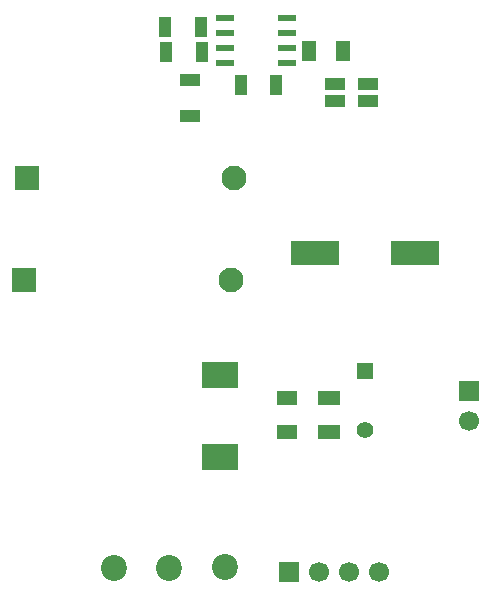
<source format=gbs>
G04*
G04 #@! TF.GenerationSoftware,Altium Limited,Altium Designer,22.2.1 (43)*
G04*
G04 Layer_Color=16711935*
%FSLAX25Y25*%
%MOIN*%
G70*
G04*
G04 #@! TF.SameCoordinates,5435AC76-14FC-4701-A4E6-3609E34239AB*
G04*
G04*
G04 #@! TF.FilePolarity,Negative*
G04*
G01*
G75*
%ADD17R,0.04134X0.07087*%
%ADD20R,0.07087X0.04134*%
%ADD26C,0.05512*%
%ADD27R,0.05512X0.05512*%
%ADD28R,0.08268X0.08268*%
%ADD29C,0.08268*%
%ADD30R,0.06693X0.06693*%
%ADD31C,0.06693*%
%ADD32C,0.08661*%
%ADD33R,0.06693X0.06693*%
%ADD40R,0.16142X0.08268*%
%ADD41R,0.07480X0.05118*%
%ADD42R,0.05906X0.02362*%
%ADD43R,0.06890X0.04331*%
%ADD44R,0.04724X0.07087*%
%ADD45R,0.07087X0.04724*%
%ADD46R,0.12402X0.08661*%
D17*
X88976Y167717D02*
D03*
X77165D02*
D03*
X51968Y187008D02*
D03*
X63779D02*
D03*
X52362Y178740D02*
D03*
X64173D02*
D03*
D20*
X60236Y169291D02*
D03*
Y157480D02*
D03*
D26*
X118504Y52756D02*
D03*
D27*
Y72441D02*
D03*
D28*
X5906Y136614D02*
D03*
X4921Y102756D02*
D03*
D29*
X74803Y136614D02*
D03*
X73819Y102756D02*
D03*
D30*
X153150Y65630D02*
D03*
D31*
Y55630D02*
D03*
X103150Y5512D02*
D03*
X113150D02*
D03*
X123150D02*
D03*
D32*
X53150Y6693D02*
D03*
X72047Y7087D02*
D03*
X35039Y6693D02*
D03*
D33*
X93150Y5512D02*
D03*
D40*
X101772Y111811D02*
D03*
X135236D02*
D03*
D41*
X106693Y63583D02*
D03*
Y52165D02*
D03*
D42*
X71850Y175177D02*
D03*
Y180177D02*
D03*
Y185177D02*
D03*
Y190177D02*
D03*
X92716D02*
D03*
Y185177D02*
D03*
Y180177D02*
D03*
Y175177D02*
D03*
D43*
X108661Y162598D02*
D03*
X119488Y168110D02*
D03*
X108661D02*
D03*
X119488Y162598D02*
D03*
D44*
X99803Y179134D02*
D03*
X111221D02*
D03*
D45*
X92520Y63583D02*
D03*
Y52165D02*
D03*
D46*
X70079Y71260D02*
D03*
Y43701D02*
D03*
M02*

</source>
